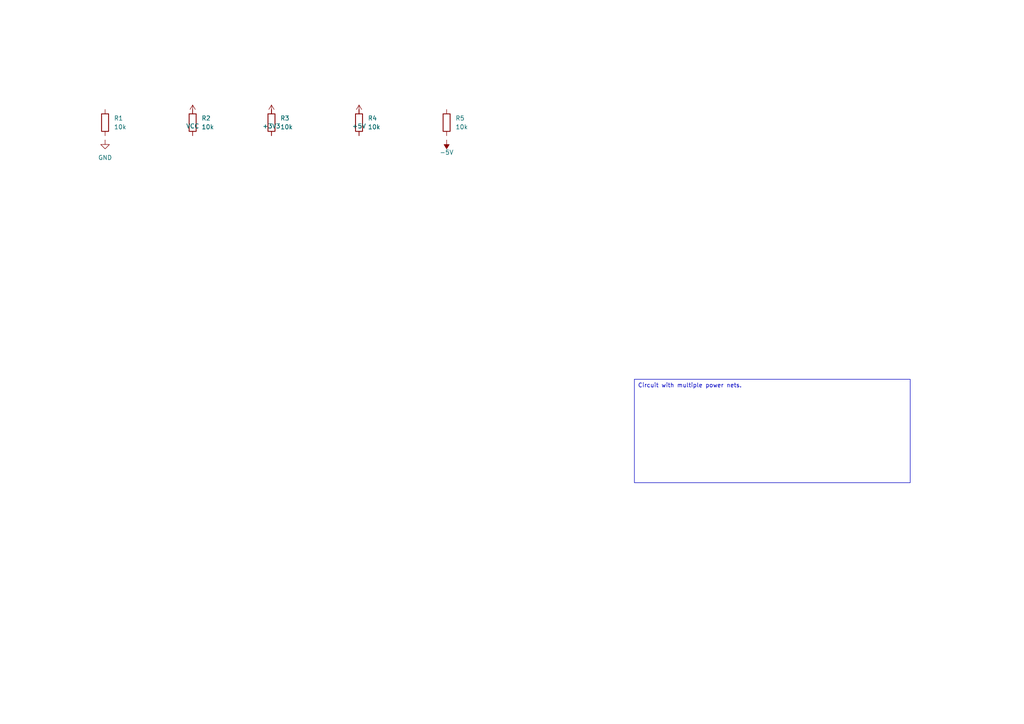
<source format=kicad_sch>
(kicad_sch (version 20250114) (generator "circuit_synth") (generator_version "0.8.36")
  (paper "A4")
  (title_block (title "multiple_power_nets"))
  (lib_symbols
    (symbol "Device:R" (pin_numbers (hide yes)) (pin_names (offset 0))
      (property "Reference" "R" (at 2.032 0 90))
      (property "Value" "R" (at 0 0 90))
      (symbol "R_0_1"
        (rectangle (start -1.016 -2.54) (end 1.016 2.54) (stroke (width 0.254)))
      )
      (symbol "R_1_1"
        (pin passive line (at 0 3.81 270) (length 1.27) (name "~") (number "1"))
        (pin passive line (at 0 -3.81 90) (length 1.27) (name "~") (number "2"))
      )
    )
    (symbol "power:GND" (power) (pin_numbers (hide yes)) (pin_names (offset 0) (hide yes))
      (property "Value" "GND" (at 0 -3.81 0))
      (symbol "GND_0_1"
        (polyline (pts (xy 0 0) (xy 0 -1.27) (xy 1.27 -1.27) (xy 0 -2.54) (xy -1.27 -1.27) (xy 0 -1.27)))
      )
      (symbol "GND_1_1"
        (pin power_in line (at 0 0 270) (length 0) (name "~") (number "1"))
      )
    )
    (symbol "power:VCC" (power) (pin_numbers (hide yes)) (pin_names (offset 0) (hide yes))
      (property "Value" "VCC" (at 0 3.556 0))
      (symbol "VCC_0_1"
        (polyline (pts (xy -0.762 1.27) (xy 0 2.54)))
        (polyline (pts (xy 0 2.54) (xy 0.762 1.27)))
        (polyline (pts (xy 0 0) (xy 0 2.54)))
      )
      (symbol "VCC_1_1"
        (pin power_in line (at 0 0 90) (length 0) (name "~") (number "1"))
      )
    )
    (symbol "power:+3V3" (power) (pin_numbers (hide yes)) (pin_names (offset 0) (hide yes))
      (property "Value" "+3V3" (at 0 3.556 0))
      (symbol "+3V3_0_1"
        (polyline (pts (xy -0.762 1.27) (xy 0 2.54)))
        (polyline (pts (xy 0 2.54) (xy 0.762 1.27)))
        (polyline (pts (xy 0 0) (xy 0 2.54)))
      )
      (symbol "+3V3_1_1"
        (pin power_in line (at 0 0 90) (length 0) (name "~") (number "1"))
      )
    )
    (symbol "power:+5V" (power) (pin_numbers (hide yes)) (pin_names (offset 0) (hide yes))
      (property "Value" "+5V" (at 0 3.556 0))
      (symbol "+5V_0_1"
        (polyline (pts (xy -0.762 1.27) (xy 0 2.54)))
        (polyline (pts (xy 0 2.54) (xy 0.762 1.27)))
        (polyline (pts (xy 0 0) (xy 0 2.54)))
      )
      (symbol "+5V_1_1"
        (pin power_in line (at 0 0 90) (length 0) (name "~") (number "1"))
      )
    )
    (symbol "power:-5V" (power) (pin_numbers (hide yes)) (pin_names (offset 0) (hide yes))
      (property "Value" "-5V" (at 0 3.556 0))
      (symbol "-5V_0_0"
        (pin power_in line (at 0 0 90) (length 0) (name "~") (number "1"))
      )
      (symbol "-5V_0_1"
        (polyline (pts (xy 0 0) (xy 0 1.27) (xy 0.762 1.27) (xy 0 2.54) (xy -0.762 1.27) (xy 0 1.27)) (fill (type outline)))
      )
    )
  )
  (symbol (lib_id "Device:R") (at 30.48 35.56 0) (unit 1)
    (property "Reference" "R1" (at 33.02 34.2899 0) (effects (justify left)))
    (property "Value" "10k" (at 33.02 36.8299 0) (effects (justify left)))
    (property "Footprint" "Resistor_SMD:R_0603_1608Metric" (effects (hide yes)))
    (property "hierarchy_path" "/ef505293-bbae-4fea-a0a0-cdf2341cd9da" (effects (hide yes)))
    (property "project_name" "multiple_power_nets" (effects (hide yes)))
    (property "root_uuid" "ef505293-bbae-4fea-a0a0-cdf2341cd9da" (effects (hide yes)))
  )
  (symbol (lib_id "Device:R") (at 55.88 35.56 0) (unit 1)
    (property "Reference" "R2" (at 58.42 34.2899 0) (effects (justify left)))
    (property "Value" "10k" (at 58.42 36.8299 0) (effects (justify left)))
    (property "Footprint" "Resistor_SMD:R_0603_1608Metric" (effects (hide yes)))
    (property "hierarchy_path" "/ef505293-bbae-4fea-a0a0-cdf2341cd9da" (effects (hide yes)))
    (property "project_name" "multiple_power_nets" (effects (hide yes)))
    (property "root_uuid" "ef505293-bbae-4fea-a0a0-cdf2341cd9da" (effects (hide yes)))
  )
  (symbol (lib_id "Device:R") (at 78.74 35.56 0) (unit 1)
    (property "Reference" "R3" (at 81.28 34.2899 0) (effects (justify left)))
    (property "Value" "10k" (at 81.28 36.8299 0) (effects (justify left)))
    (property "Footprint" "Resistor_SMD:R_0603_1608Metric" (effects (hide yes)))
    (property "hierarchy_path" "/ef505293-bbae-4fea-a0a0-cdf2341cd9da" (effects (hide yes)))
    (property "project_name" "multiple_power_nets" (effects (hide yes)))
    (property "root_uuid" "ef505293-bbae-4fea-a0a0-cdf2341cd9da" (effects (hide yes)))
  )
  (symbol (lib_id "Device:R") (at 104.14 35.56 0) (unit 1)
    (property "Reference" "R4" (at 106.68 34.2899 0) (effects (justify left)))
    (property "Value" "10k" (at 106.68 36.8299 0) (effects (justify left)))
    (property "Footprint" "Resistor_SMD:R_0603_1608Metric" (effects (hide yes)))
    (property "hierarchy_path" "/ef505293-bbae-4fea-a0a0-cdf2341cd9da" (effects (hide yes)))
    (property "project_name" "multiple_power_nets" (effects (hide yes)))
    (property "root_uuid" "ef505293-bbae-4fea-a0a0-cdf2341cd9da" (effects (hide yes)))
  )
  (symbol (lib_id "Device:R") (at 129.54 35.56 0) (unit 1)
    (property "Reference" "R5" (at 132.08 34.2899 0) (effects (justify left)))
    (property "Value" "10k" (at 132.08 36.8299 0) (effects (justify left)))
    (property "Footprint" "Resistor_SMD:R_0603_1608Metric" (effects (hide yes)))
    (property "hierarchy_path" "/ef505293-bbae-4fea-a0a0-cdf2341cd9da" (effects (hide yes)))
    (property "project_name" "multiple_power_nets" (effects (hide yes)))
    (property "root_uuid" "ef505293-bbae-4fea-a0a0-cdf2341cd9da" (effects (hide yes)))
  )
  (symbol (lib_id "power:GND") (at 30.48 40.64 0) (unit 1)
    (property "Reference" "#PWR001" (effects (hide yes)))
    (property "Value" "GND" (at 30.48 45.72 0))
  )
  (symbol (lib_id "power:VCC") (at 55.88 33.02 0) (unit 1)
    (property "Reference" "#PWR002" (effects (hide yes)))
    (property "Value" "VCC" (at 55.88 36.576 0))
  )
  (symbol (lib_id "power:+3V3") (at 78.74 33.02 0) (unit 1)
    (property "Reference" "#PWR003" (effects (hide yes)))
    (property "Value" "+3V3" (at 78.74 36.576 0))
  )
  (symbol (lib_id "power:+5V") (at 104.14 33.02 0) (unit 1)
    (property "Reference" "#PWR004" (effects (hide yes)))
    (property "Value" "+5V" (at 104.14 36.576 0))
  )
  (symbol (lib_id "power:-5V") (at 129.54 40.64 180) (unit 1)
    (property "Reference" "#PWR005" (effects (hide yes)))
    (property "Value" "-5V" (at 129.54 44.196 0))
  )
  (text_box "Circuit with multiple power nets." (at 184 110 0) (size 80 30) (margins 1 1 1 1) (effects (font (size 1.2 1.2)) (justify left top)))
)
</source>
